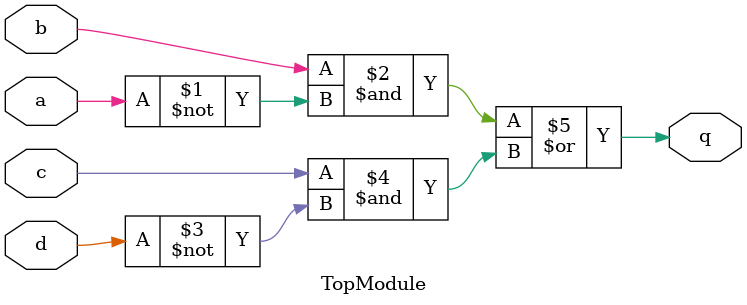
<source format=sv>
module TopModule (
    input logic a,
    input logic b,
    input logic c,
    input logic d,
    output logic q
);

    assign q = (b & ~a) | (c & ~d);

endmodule
</source>
